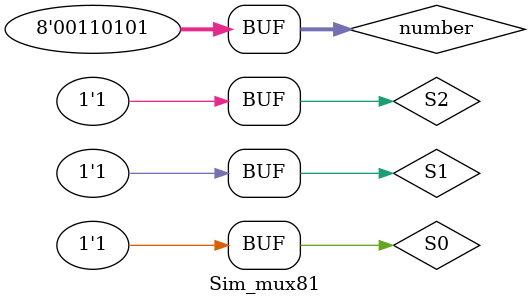
<source format=v>
`timescale 1ns / 1ps


module Sim_mux81();
    reg S0,S1,S2;
    reg [7:0] number;
    wire Rez;
    mux_81 mux(Rez,number,S0,S1,S2);
    initial begin
    number = 8'b00110101;
     S2 = 0; S1 = 0; S0 = 0 ;
     #100 S2 = 0; S1 = 0; S0 = 1 ;
     #100 S2 = 0; S1 = 1; S0 = 0 ;
     #100 S2 = 0; S1 = 1; S0 = 1 ;
     #100 S2 = 1; S1 = 0; S0 = 0 ;
     #100 S2 = 1; S1 = 0; S0 = 1 ;
     #100 S2 = 1; S1 = 1; S0 = 0 ;
     #100 S2 = 1; S1 = 1; S0 = 1 ;
    end
endmodule

</source>
